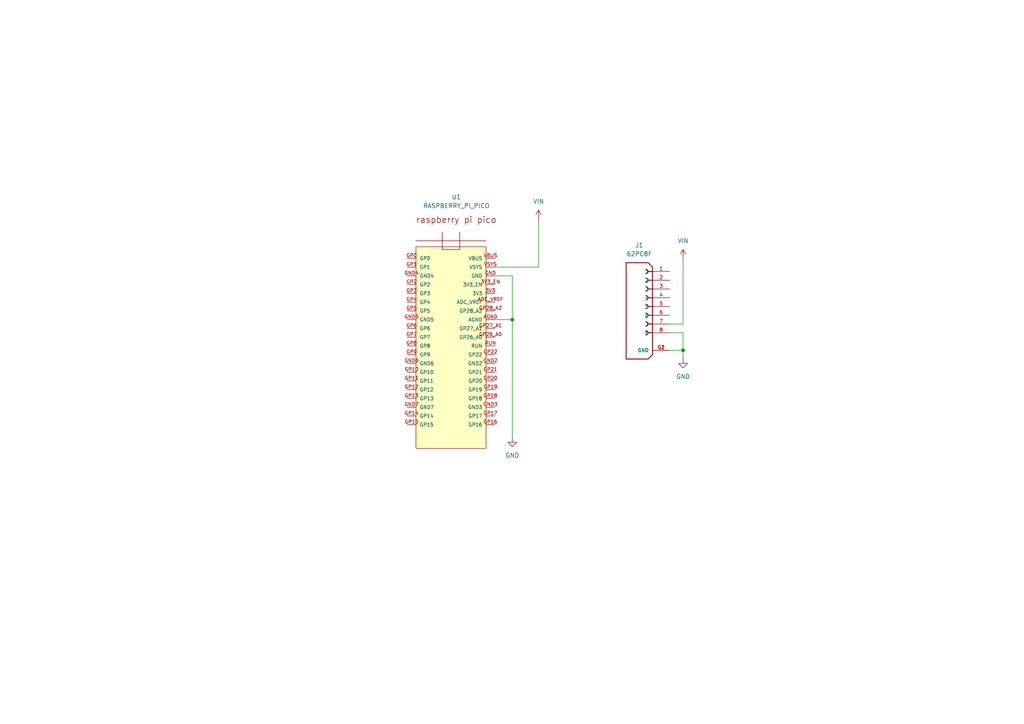
<source format=kicad_sch>
(kicad_sch (version 20231120) (generator "eeschema") (generator_version "8.0")
  (paper "A4")
  (lib_symbols
    (symbol "62PC8F:62PC8F" (pin_names (offset 1.016))
      (property "Reference" "J" (at -7.62 13.97 0))
      (property "Value" "62PC8F" (at -7.62 -17.78 0))
      (symbol "62PC8F_0_0"
        (arc (start -1.905 -8.255) (mid -1.456 -8.069) (end -1.27 -7.62) (stroke (width 0.254)))
        (arc (start -1.905 -5.715) (mid -1.456 -5.529) (end -1.27 -5.08) (stroke (width 0.254)))
        (arc (start -1.905 -3.175) (mid -1.456 -2.989) (end -1.27 -2.54) (stroke (width 0.254)))
        (arc (start -1.905 -0.635) (mid -1.2727 0) (end -1.905 0.635) (stroke (width 0.254)))
        (arc (start -1.905 1.905) (mid -1.2727 2.54) (end -1.905 3.175) (stroke (width 0.254)))
        (arc (start -1.905 4.445) (mid -1.2727 5.08) (end -1.905 5.715) (stroke (width 0.254)))
        (arc (start -1.905 6.985) (mid -1.2727 7.62) (end -1.905 8.255) (stroke (width 0.254)))
        (arc (start -1.905 9.525) (mid -1.2727 10.16) (end -1.905 10.795) (stroke (width 0.254)))
        (arc (start -1.27 -7.62) (mid -1.456 -7.171) (end -1.905 -6.985) (stroke (width 0.254)))
        (arc (start -1.27 -5.08) (mid -1.456 -4.631) (end -1.905 -4.445) (stroke (width 0.254)))
        (arc (start -1.27 -2.54) (mid -1.456 -2.091) (end -1.905 -1.905) (stroke (width 0.254)))
        (polyline (pts (xy -7.62 -15.24) (xy -7.62 12.7)) (stroke (width 0.254)))
        (polyline (pts (xy -7.62 12.7) (xy -1.27 12.7)) (stroke (width 0.254)))
        (polyline (pts (xy -1.27 -15.24) (xy -7.62 -15.24)) (stroke (width 0.254)))
        (polyline (pts (xy 0 -13.97) (xy -1.27 -15.24)) (stroke (width 0.254)))
        (polyline (pts (xy 0 -7.62) (xy -1.27 -7.62)) (stroke (width 0.254)))
        (polyline (pts (xy 0 -7.62) (xy 0 -13.97)) (stroke (width 0.254)))
        (polyline (pts (xy 0 -5.08) (xy -1.27 -5.08)) (stroke (width 0.254)))
        (polyline (pts (xy 0 -5.08) (xy 0 -7.62)) (stroke (width 0.254)))
        (polyline (pts (xy 0 -2.54) (xy -1.27 -2.54)) (stroke (width 0.254)))
        (polyline (pts (xy 0 -2.54) (xy 0 -5.08)) (stroke (width 0.254)))
        (polyline (pts (xy 0 0) (xy -1.27 0)) (stroke (width 0.254)))
        (polyline (pts (xy 0 2.54) (xy -1.27 2.54)) (stroke (width 0.254)))
        (polyline (pts (xy 0 5.08) (xy -1.27 5.08)) (stroke (width 0.254)))
        (polyline (pts (xy 0 7.62) (xy -1.27 7.62)) (stroke (width 0.254)))
        (polyline (pts (xy 0 10.16) (xy -1.27 10.16)) (stroke (width 0.254)))
        (polyline (pts (xy 0 10.16) (xy 0 -2.54)) (stroke (width 0.254)))
        (polyline (pts (xy 0 11.43) (xy -1.27 12.7)) (stroke (width 0.254)))
        (polyline (pts (xy 0 11.43) (xy 0 10.16)) (stroke (width 0.254)))
        (pin passive line (at 5.08 10.16 180) (length 5.08) (name "1") (number "1"))
        (pin passive line (at 5.08 7.62 180) (length 5.08) (name "2") (number "2"))
        (pin passive line (at 5.08 5.08 180) (length 5.08) (name "3") (number "3"))
        (pin passive line (at 5.08 2.54 180) (length 5.08) (name "4") (number "4"))
        (pin passive line (at 5.08 0 180) (length 5.08) (name "5") (number "5"))
        (pin passive line (at 5.08 -2.54 180) (length 5.08) (name "6") (number "6"))
        (pin passive line (at 5.08 -5.08 180) (length 5.08) (name "7") (number "7"))
        (pin passive line (at 5.08 -7.62 180) (length 5.08) (name "8") (number "8"))
        (pin power_in line (at 5.08 -12.7 180) (length 5.08) (name "GND") (number "G1"))
        (pin power_in line (at 5.08 -12.7 180) (length 5.08) (name "GND") (number "G2"))
      )
    )
    (symbol "RASPBERRY_PI_PICO:RASPBERRY_PI_PICO" (pin_names (offset 1.016))
      (property "Reference" "U" (at 0 0 0))
      (property "Value" "RASPBERRY_PI_PICO" (at 0 0 0))
      (symbol "RASPBERRY_PI_PICO_0_0"
        (rectangle (start -7.62 -34.7604) (end 12.7 23.6596) (stroke (width 0.1524)) (fill (type background)))
        (polyline (pts (xy 0 22.86) (xy 5.08 22.86)) (stroke (width 0.1524)))
        (polyline (pts (xy 0 27.94) (xy 0 22.86)) (stroke (width 0.1524)))
        (polyline (pts (xy 5.08 22.86) (xy 5.08 27.94)) (stroke (width 0.1524)))
        (polyline (pts (xy 12.7 25.4) (xy -7.62 25.4)) (stroke (width 0.1524)))
        (text "raspberry pi pico" (at -7.62 30.48 0) (effects (font (size 1.778 1.778)) (justify left bottom)))
        (pin bidirectional line (at 15.24 10.16 180) (length 2.54) (name "3V3") (number "3V3"))
        (pin bidirectional line (at 15.24 12.7 180) (length 2.54) (name "3V3_EN") (number "3V3_EN"))
        (pin bidirectional line (at 15.24 7.62 180) (length 2.54) (name "ADC_VREF") (number "ADC_VREF"))
        (pin bidirectional line (at 15.24 2.54 180) (length 2.54) (name "AGND") (number "AGND"))
        (pin bidirectional line (at 15.24 15.24 180) (length 2.54) (name "GND") (number "GND"))
        (pin bidirectional line (at 15.24 -10.16 180) (length 2.54) (name "GND2") (number "GND2"))
        (pin bidirectional line (at 15.24 -22.86 180) (length 2.54) (name "GND3") (number "GND3"))
        (pin bidirectional line (at -10.16 15.24 0) (length 2.54) (name "GND4") (number "GND4"))
        (pin bidirectional line (at -10.16 2.54 0) (length 2.54) (name "GND5") (number "GND5"))
        (pin bidirectional line (at -10.16 -10.16 0) (length 2.54) (name "GND6") (number "GND6"))
        (pin bidirectional line (at -10.16 -22.86 0) (length 2.54) (name "GND7") (number "GND7"))
        (pin bidirectional line (at -10.16 20.32 0) (length 2.54) (name "GP0") (number "GP0"))
        (pin bidirectional line (at -10.16 17.78 0) (length 2.54) (name "GP1") (number "GP1"))
        (pin bidirectional line (at -10.16 -12.7 0) (length 2.54) (name "GP10") (number "GP10"))
        (pin bidirectional line (at -10.16 -15.24 0) (length 2.54) (name "GP11") (number "GP11"))
        (pin bidirectional line (at -10.16 -17.78 0) (length 2.54) (name "GP12") (number "GP12"))
        (pin bidirectional line (at -10.16 -20.32 0) (length 2.54) (name "GP13") (number "GP13"))
        (pin bidirectional line (at -10.16 -25.4 0) (length 2.54) (name "GP14") (number "GP14"))
        (pin bidirectional line (at -10.16 -27.94 0) (length 2.54) (name "GP15") (number "GP15"))
        (pin bidirectional line (at 15.24 -27.94 180) (length 2.54) (name "GP16") (number "GP16"))
        (pin bidirectional line (at 15.24 -25.4 180) (length 2.54) (name "GP17") (number "GP17"))
        (pin bidirectional line (at 15.24 -20.32 180) (length 2.54) (name "GP18") (number "GP18"))
        (pin bidirectional line (at 15.24 -17.78 180) (length 2.54) (name "GP19") (number "GP19"))
        (pin bidirectional line (at -10.16 12.7 0) (length 2.54) (name "GP2") (number "GP2"))
        (pin bidirectional line (at 15.24 -15.24 180) (length 2.54) (name "GP20") (number "GP20"))
        (pin bidirectional line (at 15.24 -12.7 180) (length 2.54) (name "GP21") (number "GP21"))
        (pin bidirectional line (at 15.24 -7.62 180) (length 2.54) (name "GP22") (number "GP22"))
        (pin bidirectional line (at 15.24 -2.54 180) (length 2.54) (name "GP26_A0") (number "GP26_A0"))
        (pin bidirectional line (at 15.24 0 180) (length 2.54) (name "GP27_A1") (number "GP27_A1"))
        (pin bidirectional line (at 15.24 5.08 180) (length 2.54) (name "GP28_A2") (number "GP28_A2"))
        (pin bidirectional line (at -10.16 10.16 0) (length 2.54) (name "GP3") (number "GP3"))
        (pin bidirectional line (at -10.16 7.62 0) (length 2.54) (name "GP4") (number "GP4"))
        (pin bidirectional line (at -10.16 5.08 0) (length 2.54) (name "GP5") (number "GP5"))
        (pin bidirectional line (at -10.16 0 0) (length 2.54) (name "GP6") (number "GP6"))
        (pin bidirectional line (at -10.16 -2.54 0) (length 2.54) (name "GP7") (number "GP7"))
        (pin bidirectional line (at -10.16 -5.08 0) (length 2.54) (name "GP8") (number "GP8"))
        (pin bidirectional line (at -10.16 -7.62 0) (length 2.54) (name "GP9") (number "GP9"))
        (pin bidirectional line (at 15.24 -5.08 180) (length 2.54) (name "RUN") (number "RUN"))
        (pin bidirectional line (at 15.24 20.32 180) (length 2.54) (name "VBUS") (number "VBUS"))
        (pin bidirectional line (at 15.24 17.78 180) (length 2.54) (name "VSYS") (number "VSYS"))
      )
    )
    (symbol "power:GND" (power) (pin_numbers hide) (pin_names (offset 0) hide)
      (property "Value" "GND" (at 0 -3.81 0))
      (symbol "GND_0_1"
        (polyline (pts (xy 0 0) (xy 0 -1.27) (xy 1.27 -1.27) (xy 0 -2.54) (xy -1.27 -1.27) (xy 0 -1.27)))
      )
      (symbol "GND_1_1"
        (pin power_in line (at 0 0 270) (length 0) (name "~") (number "1"))
      )
    )
    (symbol "power:VCC" (power) (pin_numbers hide) (pin_names (offset 0) hide)
      (property "Value" "VCC" (at 0 3.556 0))
      (symbol "VCC_0_1"
        (polyline (pts (xy -0.762 1.27) (xy 0 2.54)))
        (polyline (pts (xy 0 0) (xy 0 2.54)))
        (polyline (pts (xy 0 2.54) (xy 0.762 1.27)))
      )
      (symbol "VCC_1_1"
        (pin power_in line (at 0 0 90) (length 0) (name "~") (number "1"))
      )
    )
  )
  (junction (at 198.12 101.6))
  (junction (at 148.59 92.71))
  (wire (pts (xy 148.59 80.01) (xy 143.51 80.01)))
  (wire (pts (xy 156.21 63.5) (xy 156.21 77.47)))
  (wire (pts (xy 194.31 101.6) (xy 198.12 101.6)))
  (wire (pts (xy 148.59 92.71) (xy 143.51 92.71)))
  (wire (pts (xy 148.59 127) (xy 148.59 92.71)))
  (wire (pts (xy 198.12 101.6) (xy 198.12 96.52)))
  (wire (pts (xy 148.59 92.71) (xy 148.59 80.01)))
  (wire (pts (xy 198.12 93.98) (xy 194.31 93.98)))
  (wire (pts (xy 156.21 77.47) (xy 143.51 77.47)))
  (wire (pts (xy 198.12 104.14) (xy 198.12 101.6)))
  (wire (pts (xy 198.12 96.52) (xy 194.31 96.52)))
  (wire (pts (xy 198.12 74.93) (xy 198.12 93.98)))
  (symbol (lib_id "power:VCC") (at 156.21 63.5 0) (unit 1)
    (property "Reference" "#PWR02" (effects (hide yes)))
    (property "Value" "VIN" (at 156.21 58.42 0))
    (property "Description" "Power symbol creates a global label with name \"VCC\"" (effects (hide yes)))
  )
  (symbol (lib_id "power:GND") (at 148.59 127 0) (unit 1)
    (property "Reference" "#PWR01" (effects (hide yes)))
    (property "Value" "GND" (at 148.59 132.08 0))
    (property "Description" "Power symbol creates a global label with name \"GND\" , ground" (effects (hide yes)))
  )
  (symbol (lib_id "62PC8F:62PC8F") (at 189.23 88.9 0) (unit 1)
    (property "Reference" "J1" (at 185.42 71.12 0))
    (property "Value" "62PC8F" (at 185.42 73.66 0))
    (property "Footprint" "62PC8F:SWITCHCRAFT_62PC8F" (effects (hide yes)))
    (property "MF" "Switchcraft Inc." (effects (hide yes)))
    (property "MAXIMUM_PACKAGE_HEIGHT" "21mm" (effects (hide yes)))
    (property "Package" "None" (effects (hide yes)))
    (property "Price" "None" (effects (hide yes)))
    (property "Check_prices" "https://www.snapeda.com/parts/62PC8F/Switchcraft+Inc./view-part/?ref=eda" (effects (hide yes)))
    (property "STANDARD" "Manufacturer Recommendations" (effects (hide yes)))
    (property "PARTREV" "C" (effects (hide yes)))
    (property "SnapEDA_Link" "https://www.snapeda.com/parts/62PC8F/Switchcraft+Inc./view-part/?ref=snap" (effects (hide yes)))
    (property "MP" "62PC8F" (effects (hide yes)))
    (property "Purchase-URL" "https://www.snapeda.com/api/url_track_click_mouser/?unipart_id=241454&manufacturer=Switchcraft Inc.&part_name=62PC8F&search_term=din 8" (effects (hide yes)))
    (property "Description_1" "\nDIN Receptacle Receptacle 8 Female PCB Mount | Switchcraft 62PC8F\n" (effects (hide yes)))
    (property "Availability" "In Stock" (effects (hide yes)))
    (property "MANUFACTURER" "Switchcraft" (effects (hide yes)))
  )
  (symbol (lib_id "power:VCC") (at 198.12 74.93 0) (unit 1)
    (property "Reference" "#PWR03" (effects (hide yes)))
    (property "Value" "VIN" (at 198.12 69.85 0))
    (property "Description" "Power symbol creates a global label with name \"VCC\"" (effects (hide yes)))
  )
  (symbol (lib_id "power:GND") (at 198.12 104.14 0) (unit 1)
    (property "Reference" "#PWR04" (effects (hide yes)))
    (property "Value" "GND" (at 198.12 109.22 0))
    (property "Description" "Power symbol creates a global label with name \"GND\" , ground" (effects (hide yes)))
  )
  (symbol (lib_id "RASPBERRY_PI_PICO:RASPBERRY_PI_PICO") (at 128.27 95.25 0) (unit 1)
    (property "Reference" "U1" (at 132.3671 57.15 0))
    (property "Value" "RASPBERRY_PI_PICO" (at 132.3671 59.69 0))
    (property "Footprint" "RASPBERRY_PI_PICO:RASPBERRY_PI_PICO" (effects (hide yes)))
    (property "MF" "Raspberry Pi" (effects (hide yes)))
    (property "Description_1" "\nRaspberry Pi Board, Arm Cortex-M0+; Core Architecture:Arm; Core Sub-Architecture:Cortex-M0+; Kit Contents:Raspberry Pi Pico Board; No. Of Bits:32Bit; Silicon Core Number:Rp2040; Silicon Manufacturer:Raspberry Pi |Raspberry-Pi RASPBERRY PI PICO\n" (effects (hide yes)))
    (property "Package" "None" (effects (hide yes)))
    (property "Price" "None" (effects (hide yes)))
    (property "SnapEDA_Link" "https://www.snapeda.com/parts/RASPBERRY%20PI%20PICO/Raspberry+Pi/view-part/?ref=snap" (effects (hide yes)))
    (property "MP" "RASPBERRY PI PICO" (effects (hide yes)))
    (property "Availability" "In Stock" (effects (hide yes)))
    (property "Check_prices" "https://www.snapeda.com/parts/RASPBERRY%20PI%20PICO/Raspberry+Pi/view-part/?ref=eda" (effects (hide yes)))
  )
)
</source>
